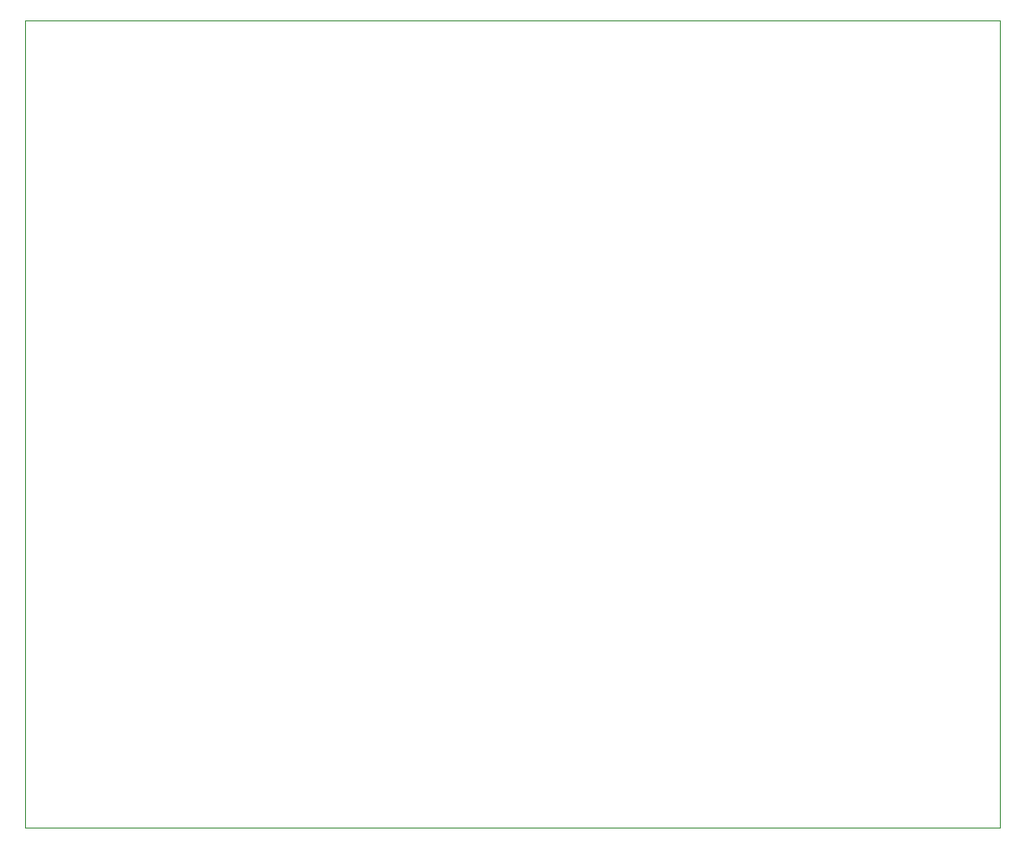
<source format=gbr>
%TF.GenerationSoftware,KiCad,Pcbnew,(6.0.5)*%
%TF.CreationDate,2022-05-29T15:34:51+02:00*%
%TF.ProjectId,pmod_esp32_baseboard,706d6f64-5f65-4737-9033-325f62617365,rev?*%
%TF.SameCoordinates,Original*%
%TF.FileFunction,Profile,NP*%
%FSLAX46Y46*%
G04 Gerber Fmt 4.6, Leading zero omitted, Abs format (unit mm)*
G04 Created by KiCad (PCBNEW (6.0.5)) date 2022-05-29 15:34:51*
%MOMM*%
%LPD*%
G01*
G04 APERTURE LIST*
%TA.AperFunction,Profile*%
%ADD10C,0.050000*%
%TD*%
G04 APERTURE END LIST*
D10*
X45720000Y-17780000D02*
X134620000Y-17780000D01*
X134620000Y-17780000D02*
X134620000Y-91440000D01*
X134620000Y-91440000D02*
X45720000Y-91440000D01*
X45720000Y-91440000D02*
X45720000Y-17780000D01*
M02*

</source>
